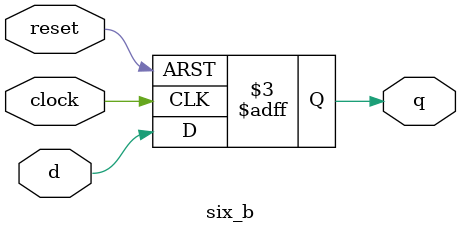
<source format=v>
module six_b (reset,clock,d,q);
input d;
input clock;
input reset;
output reg q;
always @ ( posedge clock or  negedge reset)
begin
if (!reset)
q<= 0;
else 
q<=d;
 end
 endmodule

</source>
